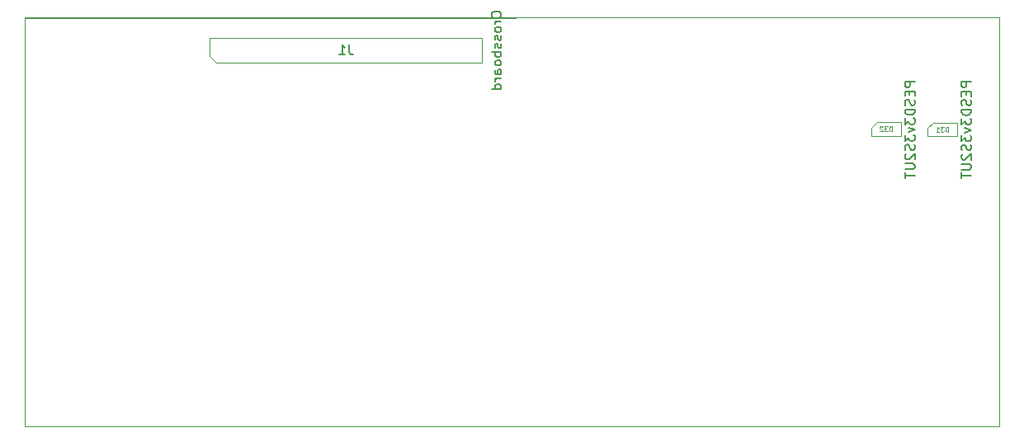
<source format=gbr>
%TF.GenerationSoftware,KiCad,Pcbnew,(5.1.7)-1*%
%TF.CreationDate,2020-10-28T13:08:51+04:00*%
%TF.ProjectId,stm32-home-light,73746d33-322d-4686-9f6d-652d6c696768,rev?*%
%TF.SameCoordinates,Original*%
%TF.FileFunction,Other,Fab,Bot*%
%FSLAX46Y46*%
G04 Gerber Fmt 4.6, Leading zero omitted, Abs format (unit mm)*
G04 Created by KiCad (PCBNEW (5.1.7)-1) date 2020-10-28 13:08:51*
%MOMM*%
%LPD*%
G01*
G04 APERTURE LIST*
%TA.AperFunction,Profile*%
%ADD10C,0.100000*%
%TD*%
%ADD11C,0.100000*%
%ADD12C,0.150000*%
%ADD13C,0.075000*%
G04 APERTURE END LIST*
D10*
X229760000Y227500000D02*
X229760000Y185500000D01*
X129760000Y227410000D02*
X229760000Y227500000D01*
X129760000Y185500000D02*
X129760000Y227410000D01*
X229760000Y185500000D02*
X129760000Y185500000D01*
X129760000Y185500000D02*
X129760000Y227500000D01*
X129760000Y227500000D02*
X229760000Y227500000D01*
D11*
%TO.C,J1*%
X176680000Y225370000D02*
X148740000Y225370000D01*
X176680000Y222830000D02*
X176680000Y225370000D01*
X149375000Y222830000D02*
X176680000Y222830000D01*
X148740000Y223465000D02*
X149375000Y222830000D01*
X148740000Y225370000D02*
X148740000Y223465000D01*
%TO.C,D32*%
X219636400Y216696000D02*
X219636400Y215296000D01*
X216596400Y215296000D02*
X219636400Y215296000D01*
X217166400Y216696000D02*
X216596400Y216146000D01*
X216596400Y216146000D02*
X216596400Y215296000D01*
X217166400Y216696000D02*
X219616400Y216696000D01*
%TO.C,D31*%
X225427600Y216670600D02*
X225427600Y215270600D01*
X222387600Y215270600D02*
X225427600Y215270600D01*
X222957600Y216670600D02*
X222387600Y216120600D01*
X222387600Y216120600D02*
X222387600Y215270600D01*
X222957600Y216670600D02*
X225407600Y216670600D01*
%TD*%
%TO.C,J1*%
D12*
X178537142Y227480952D02*
X178584761Y227528571D01*
X178632380Y227671428D01*
X178632380Y227766666D01*
X178584761Y227909523D01*
X178489523Y228004761D01*
X178394285Y228052380D01*
X178203809Y228100000D01*
X178060952Y228100000D01*
X177870476Y228052380D01*
X177775238Y228004761D01*
X177680000Y227909523D01*
X177632380Y227766666D01*
X177632380Y227671428D01*
X177680000Y227528571D01*
X177727619Y227480952D01*
X178632380Y227052380D02*
X177965714Y227052380D01*
X178156190Y227052380D02*
X178060952Y227004761D01*
X178013333Y226957142D01*
X177965714Y226861904D01*
X177965714Y226766666D01*
X178632380Y226290476D02*
X178584761Y226385714D01*
X178537142Y226433333D01*
X178441904Y226480952D01*
X178156190Y226480952D01*
X178060952Y226433333D01*
X178013333Y226385714D01*
X177965714Y226290476D01*
X177965714Y226147619D01*
X178013333Y226052380D01*
X178060952Y226004761D01*
X178156190Y225957142D01*
X178441904Y225957142D01*
X178537142Y226004761D01*
X178584761Y226052380D01*
X178632380Y226147619D01*
X178632380Y226290476D01*
X178584761Y225576190D02*
X178632380Y225480952D01*
X178632380Y225290476D01*
X178584761Y225195238D01*
X178489523Y225147619D01*
X178441904Y225147619D01*
X178346666Y225195238D01*
X178299047Y225290476D01*
X178299047Y225433333D01*
X178251428Y225528571D01*
X178156190Y225576190D01*
X178108571Y225576190D01*
X178013333Y225528571D01*
X177965714Y225433333D01*
X177965714Y225290476D01*
X178013333Y225195238D01*
X178584761Y224766666D02*
X178632380Y224671428D01*
X178632380Y224480952D01*
X178584761Y224385714D01*
X178489523Y224338095D01*
X178441904Y224338095D01*
X178346666Y224385714D01*
X178299047Y224480952D01*
X178299047Y224623809D01*
X178251428Y224719047D01*
X178156190Y224766666D01*
X178108571Y224766666D01*
X178013333Y224719047D01*
X177965714Y224623809D01*
X177965714Y224480952D01*
X178013333Y224385714D01*
X178632380Y223909523D02*
X177632380Y223909523D01*
X178013333Y223909523D02*
X177965714Y223814285D01*
X177965714Y223623809D01*
X178013333Y223528571D01*
X178060952Y223480952D01*
X178156190Y223433333D01*
X178441904Y223433333D01*
X178537142Y223480952D01*
X178584761Y223528571D01*
X178632380Y223623809D01*
X178632380Y223814285D01*
X178584761Y223909523D01*
X178632380Y222861904D02*
X178584761Y222957142D01*
X178537142Y223004761D01*
X178441904Y223052380D01*
X178156190Y223052380D01*
X178060952Y223004761D01*
X178013333Y222957142D01*
X177965714Y222861904D01*
X177965714Y222719047D01*
X178013333Y222623809D01*
X178060952Y222576190D01*
X178156190Y222528571D01*
X178441904Y222528571D01*
X178537142Y222576190D01*
X178584761Y222623809D01*
X178632380Y222719047D01*
X178632380Y222861904D01*
X178632380Y221671428D02*
X178108571Y221671428D01*
X178013333Y221719047D01*
X177965714Y221814285D01*
X177965714Y222004761D01*
X178013333Y222100000D01*
X178584761Y221671428D02*
X178632380Y221766666D01*
X178632380Y222004761D01*
X178584761Y222100000D01*
X178489523Y222147619D01*
X178394285Y222147619D01*
X178299047Y222100000D01*
X178251428Y222004761D01*
X178251428Y221766666D01*
X178203809Y221671428D01*
X178632380Y221195238D02*
X177965714Y221195238D01*
X178156190Y221195238D02*
X178060952Y221147619D01*
X178013333Y221100000D01*
X177965714Y221004761D01*
X177965714Y220909523D01*
X178632380Y220147619D02*
X177632380Y220147619D01*
X178584761Y220147619D02*
X178632380Y220242857D01*
X178632380Y220433333D01*
X178584761Y220528571D01*
X178537142Y220576190D01*
X178441904Y220623809D01*
X178156190Y220623809D01*
X178060952Y220576190D01*
X178013333Y220528571D01*
X177965714Y220433333D01*
X177965714Y220242857D01*
X178013333Y220147619D01*
X163043333Y224647619D02*
X163043333Y223933333D01*
X163090952Y223790476D01*
X163186190Y223695238D01*
X163329047Y223647619D01*
X163424285Y223647619D01*
X162043333Y223647619D02*
X162614761Y223647619D01*
X162329047Y223647619D02*
X162329047Y224647619D01*
X162424285Y224504761D01*
X162519523Y224409523D01*
X162614761Y224361904D01*
%TO.C,D32*%
X221068780Y220876952D02*
X220068780Y220876952D01*
X220068780Y220496000D01*
X220116400Y220400761D01*
X220164019Y220353142D01*
X220259257Y220305523D01*
X220402114Y220305523D01*
X220497352Y220353142D01*
X220544971Y220400761D01*
X220592590Y220496000D01*
X220592590Y220876952D01*
X220544971Y219876952D02*
X220544971Y219543619D01*
X221068780Y219400761D02*
X221068780Y219876952D01*
X220068780Y219876952D01*
X220068780Y219400761D01*
X221021161Y219019809D02*
X221068780Y218876952D01*
X221068780Y218638857D01*
X221021161Y218543619D01*
X220973542Y218496000D01*
X220878304Y218448380D01*
X220783066Y218448380D01*
X220687828Y218496000D01*
X220640209Y218543619D01*
X220592590Y218638857D01*
X220544971Y218829333D01*
X220497352Y218924571D01*
X220449733Y218972190D01*
X220354495Y219019809D01*
X220259257Y219019809D01*
X220164019Y218972190D01*
X220116400Y218924571D01*
X220068780Y218829333D01*
X220068780Y218591238D01*
X220116400Y218448380D01*
X221068780Y218019809D02*
X220068780Y218019809D01*
X220068780Y217781714D01*
X220116400Y217638857D01*
X220211638Y217543619D01*
X220306876Y217496000D01*
X220497352Y217448380D01*
X220640209Y217448380D01*
X220830685Y217496000D01*
X220925923Y217543619D01*
X221021161Y217638857D01*
X221068780Y217781714D01*
X221068780Y218019809D01*
X220068780Y217115047D02*
X220068780Y216496000D01*
X220449733Y216829333D01*
X220449733Y216686476D01*
X220497352Y216591238D01*
X220544971Y216543619D01*
X220640209Y216496000D01*
X220878304Y216496000D01*
X220973542Y216543619D01*
X221021161Y216591238D01*
X221068780Y216686476D01*
X221068780Y216972190D01*
X221021161Y217067428D01*
X220973542Y217115047D01*
X220402114Y216162666D02*
X221068780Y215924571D01*
X220402114Y215686476D01*
X220068780Y215400761D02*
X220068780Y214781714D01*
X220449733Y215115047D01*
X220449733Y214972190D01*
X220497352Y214876952D01*
X220544971Y214829333D01*
X220640209Y214781714D01*
X220878304Y214781714D01*
X220973542Y214829333D01*
X221021161Y214876952D01*
X221068780Y214972190D01*
X221068780Y215257904D01*
X221021161Y215353142D01*
X220973542Y215400761D01*
X221021161Y214400761D02*
X221068780Y214257904D01*
X221068780Y214019809D01*
X221021161Y213924571D01*
X220973542Y213876952D01*
X220878304Y213829333D01*
X220783066Y213829333D01*
X220687828Y213876952D01*
X220640209Y213924571D01*
X220592590Y214019809D01*
X220544971Y214210285D01*
X220497352Y214305523D01*
X220449733Y214353142D01*
X220354495Y214400761D01*
X220259257Y214400761D01*
X220164019Y214353142D01*
X220116400Y214305523D01*
X220068780Y214210285D01*
X220068780Y213972190D01*
X220116400Y213829333D01*
X220164019Y213448380D02*
X220116400Y213400761D01*
X220068780Y213305523D01*
X220068780Y213067428D01*
X220116400Y212972190D01*
X220164019Y212924571D01*
X220259257Y212876952D01*
X220354495Y212876952D01*
X220497352Y212924571D01*
X221068780Y213496000D01*
X221068780Y212876952D01*
X220068780Y212448380D02*
X220878304Y212448380D01*
X220973542Y212400761D01*
X221021161Y212353142D01*
X221068780Y212257904D01*
X221068780Y212067428D01*
X221021161Y211972190D01*
X220973542Y211924571D01*
X220878304Y211876952D01*
X220068780Y211876952D01*
X220068780Y211543619D02*
X220068780Y210972190D01*
X221068780Y211257904D02*
X220068780Y211257904D01*
D13*
X218723542Y215769809D02*
X218723542Y216269809D01*
X218604495Y216269809D01*
X218533066Y216246000D01*
X218485447Y216198380D01*
X218461638Y216150761D01*
X218437828Y216055523D01*
X218437828Y215984095D01*
X218461638Y215888857D01*
X218485447Y215841238D01*
X218533066Y215793619D01*
X218604495Y215769809D01*
X218723542Y215769809D01*
X218271161Y216269809D02*
X217961638Y216269809D01*
X218128304Y216079333D01*
X218056876Y216079333D01*
X218009257Y216055523D01*
X217985447Y216031714D01*
X217961638Y215984095D01*
X217961638Y215865047D01*
X217985447Y215817428D01*
X218009257Y215793619D01*
X218056876Y215769809D01*
X218199733Y215769809D01*
X218247352Y215793619D01*
X218271161Y215817428D01*
X217771161Y216222190D02*
X217747352Y216246000D01*
X217699733Y216269809D01*
X217580685Y216269809D01*
X217533066Y216246000D01*
X217509257Y216222190D01*
X217485447Y216174571D01*
X217485447Y216126952D01*
X217509257Y216055523D01*
X217794971Y215769809D01*
X217485447Y215769809D01*
%TO.C,D31*%
D12*
X226859980Y220851552D02*
X225859980Y220851552D01*
X225859980Y220470600D01*
X225907600Y220375361D01*
X225955219Y220327742D01*
X226050457Y220280123D01*
X226193314Y220280123D01*
X226288552Y220327742D01*
X226336171Y220375361D01*
X226383790Y220470600D01*
X226383790Y220851552D01*
X226336171Y219851552D02*
X226336171Y219518219D01*
X226859980Y219375361D02*
X226859980Y219851552D01*
X225859980Y219851552D01*
X225859980Y219375361D01*
X226812361Y218994409D02*
X226859980Y218851552D01*
X226859980Y218613457D01*
X226812361Y218518219D01*
X226764742Y218470600D01*
X226669504Y218422980D01*
X226574266Y218422980D01*
X226479028Y218470600D01*
X226431409Y218518219D01*
X226383790Y218613457D01*
X226336171Y218803933D01*
X226288552Y218899171D01*
X226240933Y218946790D01*
X226145695Y218994409D01*
X226050457Y218994409D01*
X225955219Y218946790D01*
X225907600Y218899171D01*
X225859980Y218803933D01*
X225859980Y218565838D01*
X225907600Y218422980D01*
X226859980Y217994409D02*
X225859980Y217994409D01*
X225859980Y217756314D01*
X225907600Y217613457D01*
X226002838Y217518219D01*
X226098076Y217470600D01*
X226288552Y217422980D01*
X226431409Y217422980D01*
X226621885Y217470600D01*
X226717123Y217518219D01*
X226812361Y217613457D01*
X226859980Y217756314D01*
X226859980Y217994409D01*
X225859980Y217089647D02*
X225859980Y216470600D01*
X226240933Y216803933D01*
X226240933Y216661076D01*
X226288552Y216565838D01*
X226336171Y216518219D01*
X226431409Y216470600D01*
X226669504Y216470600D01*
X226764742Y216518219D01*
X226812361Y216565838D01*
X226859980Y216661076D01*
X226859980Y216946790D01*
X226812361Y217042028D01*
X226764742Y217089647D01*
X226193314Y216137266D02*
X226859980Y215899171D01*
X226193314Y215661076D01*
X225859980Y215375361D02*
X225859980Y214756314D01*
X226240933Y215089647D01*
X226240933Y214946790D01*
X226288552Y214851552D01*
X226336171Y214803933D01*
X226431409Y214756314D01*
X226669504Y214756314D01*
X226764742Y214803933D01*
X226812361Y214851552D01*
X226859980Y214946790D01*
X226859980Y215232504D01*
X226812361Y215327742D01*
X226764742Y215375361D01*
X226812361Y214375361D02*
X226859980Y214232504D01*
X226859980Y213994409D01*
X226812361Y213899171D01*
X226764742Y213851552D01*
X226669504Y213803933D01*
X226574266Y213803933D01*
X226479028Y213851552D01*
X226431409Y213899171D01*
X226383790Y213994409D01*
X226336171Y214184885D01*
X226288552Y214280123D01*
X226240933Y214327742D01*
X226145695Y214375361D01*
X226050457Y214375361D01*
X225955219Y214327742D01*
X225907600Y214280123D01*
X225859980Y214184885D01*
X225859980Y213946790D01*
X225907600Y213803933D01*
X225955219Y213422980D02*
X225907600Y213375361D01*
X225859980Y213280123D01*
X225859980Y213042028D01*
X225907600Y212946790D01*
X225955219Y212899171D01*
X226050457Y212851552D01*
X226145695Y212851552D01*
X226288552Y212899171D01*
X226859980Y213470600D01*
X226859980Y212851552D01*
X225859980Y212422980D02*
X226669504Y212422980D01*
X226764742Y212375361D01*
X226812361Y212327742D01*
X226859980Y212232504D01*
X226859980Y212042028D01*
X226812361Y211946790D01*
X226764742Y211899171D01*
X226669504Y211851552D01*
X225859980Y211851552D01*
X225859980Y211518219D02*
X225859980Y210946790D01*
X226859980Y211232504D02*
X225859980Y211232504D01*
D13*
X224514742Y215744409D02*
X224514742Y216244409D01*
X224395695Y216244409D01*
X224324266Y216220600D01*
X224276647Y216172980D01*
X224252838Y216125361D01*
X224229028Y216030123D01*
X224229028Y215958695D01*
X224252838Y215863457D01*
X224276647Y215815838D01*
X224324266Y215768219D01*
X224395695Y215744409D01*
X224514742Y215744409D01*
X224062361Y216244409D02*
X223752838Y216244409D01*
X223919504Y216053933D01*
X223848076Y216053933D01*
X223800457Y216030123D01*
X223776647Y216006314D01*
X223752838Y215958695D01*
X223752838Y215839647D01*
X223776647Y215792028D01*
X223800457Y215768219D01*
X223848076Y215744409D01*
X223990933Y215744409D01*
X224038552Y215768219D01*
X224062361Y215792028D01*
X223276647Y215744409D02*
X223562361Y215744409D01*
X223419504Y215744409D02*
X223419504Y216244409D01*
X223467123Y216172980D01*
X223514742Y216125361D01*
X223562361Y216101552D01*
%TD*%
M02*

</source>
